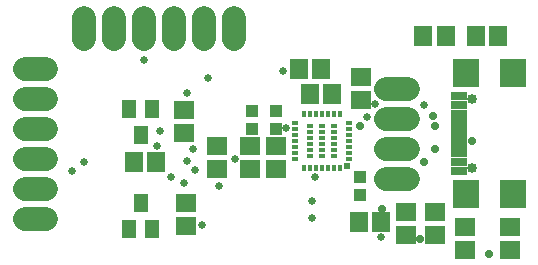
<source format=gbr>
G04 EAGLE Gerber X2 export*
%TF.Part,Single*%
%TF.FileFunction,Soldermask,Top,1*%
%TF.FilePolarity,Positive*%
%TF.GenerationSoftware,Autodesk,EAGLE,9.6.2*%
%TF.CreationDate,2022-03-30T08:13:23Z*%
G75*
%MOMM*%
%FSLAX34Y34*%
%LPD*%
%INSoldermask Top*%
%AMOC8*
5,1,8,0,0,1.08239X$1,22.5*%
G01*
%ADD10R,1.703200X1.503200*%
%ADD11R,1.503200X1.703200*%
%ADD12R,0.600000X0.300000*%
%ADD13R,0.300000X0.600000*%
%ADD14R,0.500000X0.500000*%
%ADD15C,2.032000*%
%ADD16R,1.003200X1.003200*%
%ADD17R,1.203200X1.603200*%
%ADD18R,1.353200X0.803200*%
%ADD19R,1.353200X0.503200*%
%ADD20R,2.203200X2.383200*%
%ADD21C,0.853200*%
%ADD22C,0.705600*%
%ADD23C,0.655600*%


D10*
X312420Y142900D03*
X312420Y161900D03*
D11*
X409600Y196850D03*
X428600Y196850D03*
D12*
X302400Y92950D03*
X302400Y97950D03*
X302400Y102950D03*
X302400Y107950D03*
X302400Y112950D03*
X302400Y117950D03*
X302400Y122950D03*
D13*
X294400Y130950D03*
X289400Y130950D03*
X284400Y130950D03*
X279400Y130950D03*
X274400Y130950D03*
X269400Y130950D03*
X264400Y130950D03*
D12*
X256400Y122950D03*
X256400Y117950D03*
X256400Y112950D03*
X256400Y107950D03*
X256400Y102950D03*
X256400Y97950D03*
X256400Y92950D03*
D13*
X264400Y84950D03*
X269400Y84950D03*
X274400Y84950D03*
X279400Y84950D03*
X284400Y84950D03*
X289400Y84950D03*
X294400Y84950D03*
D14*
X300425Y86925D03*
D12*
X289400Y95450D03*
X279400Y95450D03*
X269400Y95450D03*
X289400Y100450D03*
X279400Y100450D03*
X269400Y100450D03*
X289400Y105450D03*
X279400Y105450D03*
X269400Y105450D03*
X289400Y110450D03*
X279400Y110450D03*
X269400Y110450D03*
X289400Y115450D03*
X279400Y115450D03*
X269400Y115450D03*
X289400Y120450D03*
X279400Y120450D03*
X269400Y120450D03*
D15*
X333756Y76200D02*
X352044Y76200D01*
X352044Y101600D02*
X333756Y101600D01*
X333756Y127000D02*
X352044Y127000D01*
X352044Y152400D02*
X333756Y152400D01*
X45974Y168910D02*
X27686Y168910D01*
X27686Y143510D02*
X45974Y143510D01*
X45974Y118110D02*
X27686Y118110D01*
X27686Y92710D02*
X45974Y92710D01*
X45974Y67310D02*
X27686Y67310D01*
X27686Y41910D02*
X45974Y41910D01*
X204470Y194056D02*
X204470Y212344D01*
X179070Y212344D02*
X179070Y194056D01*
X153670Y194056D02*
X153670Y212344D01*
X128270Y212344D02*
X128270Y194056D01*
X102870Y194056D02*
X102870Y212344D01*
X77470Y212344D02*
X77470Y194056D01*
D16*
X311150Y62350D03*
X311150Y77350D03*
X219710Y118230D03*
X219710Y133230D03*
X240030Y118230D03*
X240030Y133230D03*
D17*
X125730Y113460D03*
X116230Y135460D03*
X135230Y135460D03*
X125730Y55450D03*
X135230Y33450D03*
X116230Y33450D03*
D10*
X350520Y47600D03*
X350520Y28600D03*
D11*
X310540Y39370D03*
X329540Y39370D03*
D10*
X218440Y84480D03*
X218440Y103480D03*
X240030Y84480D03*
X240030Y103480D03*
D11*
X259740Y168910D03*
X278740Y168910D03*
D10*
X190500Y84480D03*
X190500Y103480D03*
D11*
X139040Y90170D03*
X120040Y90170D03*
X288138Y147828D03*
X269138Y147828D03*
X365150Y196850D03*
X384150Y196850D03*
D10*
X162560Y133960D03*
X162560Y114960D03*
X163830Y36220D03*
X163830Y55220D03*
X400050Y34900D03*
X400050Y15900D03*
X438150Y34900D03*
X438150Y15900D03*
X374650Y47600D03*
X374650Y28600D03*
D18*
X395650Y82300D03*
X395650Y90300D03*
X395650Y138300D03*
X395650Y146300D03*
D19*
X395650Y96800D03*
X395650Y131800D03*
X395650Y101800D03*
X395650Y126800D03*
X395650Y106800D03*
X395650Y121800D03*
X395650Y111800D03*
X395650Y116800D03*
D20*
X401400Y63200D03*
X401400Y165400D03*
X440700Y63200D03*
X440700Y165400D03*
D21*
X406400Y85400D03*
X406400Y143200D03*
D22*
X330200Y50800D03*
D23*
X328930Y26670D03*
X246380Y167640D03*
X182880Y161290D03*
X317500Y128270D03*
D22*
X365760Y90170D03*
D23*
X365760Y138430D03*
D22*
X374650Y101600D03*
X361950Y25400D03*
X373380Y129540D03*
X420370Y12700D03*
X406400Y107950D03*
X374650Y120650D03*
X311150Y120650D03*
D23*
X248920Y119380D03*
X323850Y139700D03*
X151130Y77470D03*
X162560Y72390D03*
X165100Y148590D03*
X273050Y77470D03*
X177800Y36830D03*
X170180Y101600D03*
X171450Y83820D03*
X191770Y69850D03*
X270510Y57150D03*
X270510Y43180D03*
X165100Y91440D03*
X139700Y104140D03*
X128270Y176530D03*
X142240Y116840D03*
X77470Y90170D03*
X67310Y82550D03*
X205740Y92710D03*
M02*

</source>
